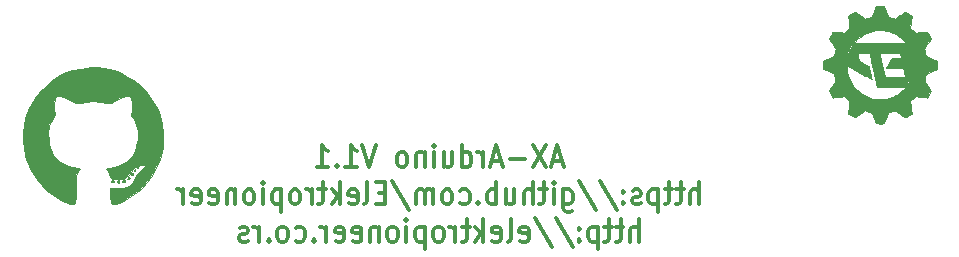
<source format=gbo>
G04 #@! TF.FileFunction,Legend,Bot*
%FSLAX46Y46*%
G04 Gerber Fmt 4.6, Leading zero omitted, Abs format (unit mm)*
G04 Created by KiCad (PCBNEW 4.0.6+dfsg1-1) date Mon Feb 26 19:32:00 2018*
%MOMM*%
%LPD*%
G01*
G04 APERTURE LIST*
%ADD10C,0.100000*%
%ADD11C,0.300000*%
%ADD12C,0.010000*%
G04 APERTURE END LIST*
D10*
D11*
X47435581Y20181533D02*
X46626058Y20181533D01*
X47597486Y19638676D02*
X47030820Y21538676D01*
X46464153Y19638676D01*
X46059391Y21538676D02*
X44926058Y19638676D01*
X44926058Y21538676D02*
X46059391Y19638676D01*
X44278438Y20362486D02*
X42983200Y20362486D01*
X42254628Y20181533D02*
X41445105Y20181533D01*
X42416533Y19638676D02*
X41849867Y21538676D01*
X41283200Y19638676D01*
X40716533Y19638676D02*
X40716533Y20905343D01*
X40716533Y20543438D02*
X40635581Y20724390D01*
X40554628Y20814867D01*
X40392724Y20905343D01*
X40230819Y20905343D01*
X38935581Y19638676D02*
X38935581Y21538676D01*
X38935581Y19729152D02*
X39097485Y19638676D01*
X39421295Y19638676D01*
X39583200Y19729152D01*
X39664152Y19819629D01*
X39745104Y20000581D01*
X39745104Y20543438D01*
X39664152Y20724390D01*
X39583200Y20814867D01*
X39421295Y20905343D01*
X39097485Y20905343D01*
X38935581Y20814867D01*
X37397486Y20905343D02*
X37397486Y19638676D01*
X38126057Y20905343D02*
X38126057Y19910105D01*
X38045105Y19729152D01*
X37883200Y19638676D01*
X37640343Y19638676D01*
X37478438Y19729152D01*
X37397486Y19819629D01*
X36587962Y19638676D02*
X36587962Y20905343D01*
X36587962Y21538676D02*
X36668914Y21448200D01*
X36587962Y21357724D01*
X36507010Y21448200D01*
X36587962Y21538676D01*
X36587962Y21357724D01*
X35778438Y20905343D02*
X35778438Y19638676D01*
X35778438Y20724390D02*
X35697486Y20814867D01*
X35535581Y20905343D01*
X35292724Y20905343D01*
X35130819Y20814867D01*
X35049867Y20633914D01*
X35049867Y19638676D01*
X33997486Y19638676D02*
X34159391Y19729152D01*
X34240343Y19819629D01*
X34321295Y20000581D01*
X34321295Y20543438D01*
X34240343Y20724390D01*
X34159391Y20814867D01*
X33997486Y20905343D01*
X33754629Y20905343D01*
X33592724Y20814867D01*
X33511772Y20724390D01*
X33430819Y20543438D01*
X33430819Y20000581D01*
X33511772Y19819629D01*
X33592724Y19729152D01*
X33754629Y19638676D01*
X33997486Y19638676D01*
X31649867Y21538676D02*
X31083201Y19638676D01*
X30516534Y21538676D01*
X29059391Y19638676D02*
X30030819Y19638676D01*
X29545105Y19638676D02*
X29545105Y21538676D01*
X29707010Y21267248D01*
X29868915Y21086295D01*
X30030819Y20995819D01*
X28330819Y19819629D02*
X28249867Y19729152D01*
X28330819Y19638676D01*
X28411771Y19729152D01*
X28330819Y19819629D01*
X28330819Y19638676D01*
X26630819Y19638676D02*
X27602247Y19638676D01*
X27116533Y19638676D02*
X27116533Y21538676D01*
X27278438Y21267248D01*
X27440343Y21086295D01*
X27602247Y20995819D01*
X59011770Y16488676D02*
X59011770Y18388676D01*
X58283199Y16488676D02*
X58283199Y17483914D01*
X58364151Y17664867D01*
X58526056Y17755343D01*
X58768913Y17755343D01*
X58930818Y17664867D01*
X59011770Y17574390D01*
X57716532Y17755343D02*
X57068913Y17755343D01*
X57473675Y18388676D02*
X57473675Y16760105D01*
X57392723Y16579152D01*
X57230818Y16488676D01*
X57068913Y16488676D01*
X56745103Y17755343D02*
X56097484Y17755343D01*
X56502246Y18388676D02*
X56502246Y16760105D01*
X56421294Y16579152D01*
X56259389Y16488676D01*
X56097484Y16488676D01*
X55530817Y17755343D02*
X55530817Y15855343D01*
X55530817Y17664867D02*
X55368912Y17755343D01*
X55045103Y17755343D01*
X54883198Y17664867D01*
X54802246Y17574390D01*
X54721293Y17393438D01*
X54721293Y16850581D01*
X54802246Y16669629D01*
X54883198Y16579152D01*
X55045103Y16488676D01*
X55368912Y16488676D01*
X55530817Y16579152D01*
X54073674Y16579152D02*
X53911770Y16488676D01*
X53587960Y16488676D01*
X53426055Y16579152D01*
X53345103Y16760105D01*
X53345103Y16850581D01*
X53426055Y17031533D01*
X53587960Y17122010D01*
X53830817Y17122010D01*
X53992722Y17212486D01*
X54073674Y17393438D01*
X54073674Y17483914D01*
X53992722Y17664867D01*
X53830817Y17755343D01*
X53587960Y17755343D01*
X53426055Y17664867D01*
X52616532Y16669629D02*
X52535580Y16579152D01*
X52616532Y16488676D01*
X52697484Y16579152D01*
X52616532Y16669629D01*
X52616532Y16488676D01*
X52616532Y17664867D02*
X52535580Y17574390D01*
X52616532Y17483914D01*
X52697484Y17574390D01*
X52616532Y17664867D01*
X52616532Y17483914D01*
X50592722Y18479152D02*
X52049865Y16036295D01*
X48811770Y18479152D02*
X50268913Y16036295D01*
X47516533Y17755343D02*
X47516533Y16217248D01*
X47597485Y16036295D01*
X47678437Y15945819D01*
X47840342Y15855343D01*
X48083199Y15855343D01*
X48245104Y15945819D01*
X47516533Y16579152D02*
X47678437Y16488676D01*
X48002247Y16488676D01*
X48164152Y16579152D01*
X48245104Y16669629D01*
X48326056Y16850581D01*
X48326056Y17393438D01*
X48245104Y17574390D01*
X48164152Y17664867D01*
X48002247Y17755343D01*
X47678437Y17755343D01*
X47516533Y17664867D01*
X46707009Y16488676D02*
X46707009Y17755343D01*
X46707009Y18388676D02*
X46787961Y18298200D01*
X46707009Y18207724D01*
X46626057Y18298200D01*
X46707009Y18388676D01*
X46707009Y18207724D01*
X46140342Y17755343D02*
X45492723Y17755343D01*
X45897485Y18388676D02*
X45897485Y16760105D01*
X45816533Y16579152D01*
X45654628Y16488676D01*
X45492723Y16488676D01*
X44926056Y16488676D02*
X44926056Y18388676D01*
X44197485Y16488676D02*
X44197485Y17483914D01*
X44278437Y17664867D01*
X44440342Y17755343D01*
X44683199Y17755343D01*
X44845104Y17664867D01*
X44926056Y17574390D01*
X42659390Y17755343D02*
X42659390Y16488676D01*
X43387961Y17755343D02*
X43387961Y16760105D01*
X43307009Y16579152D01*
X43145104Y16488676D01*
X42902247Y16488676D01*
X42740342Y16579152D01*
X42659390Y16669629D01*
X41849866Y16488676D02*
X41849866Y18388676D01*
X41849866Y17664867D02*
X41687961Y17755343D01*
X41364152Y17755343D01*
X41202247Y17664867D01*
X41121295Y17574390D01*
X41040342Y17393438D01*
X41040342Y16850581D01*
X41121295Y16669629D01*
X41202247Y16579152D01*
X41364152Y16488676D01*
X41687961Y16488676D01*
X41849866Y16579152D01*
X40311771Y16669629D02*
X40230819Y16579152D01*
X40311771Y16488676D01*
X40392723Y16579152D01*
X40311771Y16669629D01*
X40311771Y16488676D01*
X38773676Y16579152D02*
X38935580Y16488676D01*
X39259390Y16488676D01*
X39421295Y16579152D01*
X39502247Y16669629D01*
X39583199Y16850581D01*
X39583199Y17393438D01*
X39502247Y17574390D01*
X39421295Y17664867D01*
X39259390Y17755343D01*
X38935580Y17755343D01*
X38773676Y17664867D01*
X37802247Y16488676D02*
X37964152Y16579152D01*
X38045104Y16669629D01*
X38126056Y16850581D01*
X38126056Y17393438D01*
X38045104Y17574390D01*
X37964152Y17664867D01*
X37802247Y17755343D01*
X37559390Y17755343D01*
X37397485Y17664867D01*
X37316533Y17574390D01*
X37235580Y17393438D01*
X37235580Y16850581D01*
X37316533Y16669629D01*
X37397485Y16579152D01*
X37559390Y16488676D01*
X37802247Y16488676D01*
X36507009Y16488676D02*
X36507009Y17755343D01*
X36507009Y17574390D02*
X36426057Y17664867D01*
X36264152Y17755343D01*
X36021295Y17755343D01*
X35859390Y17664867D01*
X35778438Y17483914D01*
X35778438Y16488676D01*
X35778438Y17483914D02*
X35697485Y17664867D01*
X35535581Y17755343D01*
X35292723Y17755343D01*
X35130819Y17664867D01*
X35049866Y17483914D01*
X35049866Y16488676D01*
X33026056Y18479152D02*
X34483199Y16036295D01*
X32459390Y17483914D02*
X31892723Y17483914D01*
X31649866Y16488676D02*
X32459390Y16488676D01*
X32459390Y18388676D01*
X31649866Y18388676D01*
X30678438Y16488676D02*
X30840343Y16579152D01*
X30921295Y16760105D01*
X30921295Y18388676D01*
X29383200Y16579152D02*
X29545105Y16488676D01*
X29868914Y16488676D01*
X30030819Y16579152D01*
X30111771Y16760105D01*
X30111771Y17483914D01*
X30030819Y17664867D01*
X29868914Y17755343D01*
X29545105Y17755343D01*
X29383200Y17664867D01*
X29302248Y17483914D01*
X29302248Y17302962D01*
X30111771Y17122010D01*
X28573676Y16488676D02*
X28573676Y18388676D01*
X28411771Y17212486D02*
X27926057Y16488676D01*
X27926057Y17755343D02*
X28573676Y17031533D01*
X27440343Y17755343D02*
X26792724Y17755343D01*
X27197486Y18388676D02*
X27197486Y16760105D01*
X27116534Y16579152D01*
X26954629Y16488676D01*
X26792724Y16488676D01*
X26226057Y16488676D02*
X26226057Y17755343D01*
X26226057Y17393438D02*
X26145105Y17574390D01*
X26064152Y17664867D01*
X25902248Y17755343D01*
X25740343Y17755343D01*
X24930819Y16488676D02*
X25092724Y16579152D01*
X25173676Y16669629D01*
X25254628Y16850581D01*
X25254628Y17393438D01*
X25173676Y17574390D01*
X25092724Y17664867D01*
X24930819Y17755343D01*
X24687962Y17755343D01*
X24526057Y17664867D01*
X24445105Y17574390D01*
X24364152Y17393438D01*
X24364152Y16850581D01*
X24445105Y16669629D01*
X24526057Y16579152D01*
X24687962Y16488676D01*
X24930819Y16488676D01*
X23635581Y17755343D02*
X23635581Y15855343D01*
X23635581Y17664867D02*
X23473676Y17755343D01*
X23149867Y17755343D01*
X22987962Y17664867D01*
X22907010Y17574390D01*
X22826057Y17393438D01*
X22826057Y16850581D01*
X22907010Y16669629D01*
X22987962Y16579152D01*
X23149867Y16488676D01*
X23473676Y16488676D01*
X23635581Y16579152D01*
X22097486Y16488676D02*
X22097486Y17755343D01*
X22097486Y18388676D02*
X22178438Y18298200D01*
X22097486Y18207724D01*
X22016534Y18298200D01*
X22097486Y18388676D01*
X22097486Y18207724D01*
X21045105Y16488676D02*
X21207010Y16579152D01*
X21287962Y16669629D01*
X21368914Y16850581D01*
X21368914Y17393438D01*
X21287962Y17574390D01*
X21207010Y17664867D01*
X21045105Y17755343D01*
X20802248Y17755343D01*
X20640343Y17664867D01*
X20559391Y17574390D01*
X20478438Y17393438D01*
X20478438Y16850581D01*
X20559391Y16669629D01*
X20640343Y16579152D01*
X20802248Y16488676D01*
X21045105Y16488676D01*
X19749867Y17755343D02*
X19749867Y16488676D01*
X19749867Y17574390D02*
X19668915Y17664867D01*
X19507010Y17755343D01*
X19264153Y17755343D01*
X19102248Y17664867D01*
X19021296Y17483914D01*
X19021296Y16488676D01*
X17564153Y16579152D02*
X17726058Y16488676D01*
X18049867Y16488676D01*
X18211772Y16579152D01*
X18292724Y16760105D01*
X18292724Y17483914D01*
X18211772Y17664867D01*
X18049867Y17755343D01*
X17726058Y17755343D01*
X17564153Y17664867D01*
X17483201Y17483914D01*
X17483201Y17302962D01*
X18292724Y17122010D01*
X16107010Y16579152D02*
X16268915Y16488676D01*
X16592724Y16488676D01*
X16754629Y16579152D01*
X16835581Y16760105D01*
X16835581Y17483914D01*
X16754629Y17664867D01*
X16592724Y17755343D01*
X16268915Y17755343D01*
X16107010Y17664867D01*
X16026058Y17483914D01*
X16026058Y17302962D01*
X16835581Y17122010D01*
X15297486Y16488676D02*
X15297486Y17755343D01*
X15297486Y17393438D02*
X15216534Y17574390D01*
X15135581Y17664867D01*
X14973677Y17755343D01*
X14811772Y17755343D01*
X53911771Y13338676D02*
X53911771Y15238676D01*
X53183200Y13338676D02*
X53183200Y14333914D01*
X53264152Y14514867D01*
X53426057Y14605343D01*
X53668914Y14605343D01*
X53830819Y14514867D01*
X53911771Y14424390D01*
X52616533Y14605343D02*
X51968914Y14605343D01*
X52373676Y15238676D02*
X52373676Y13610105D01*
X52292724Y13429152D01*
X52130819Y13338676D01*
X51968914Y13338676D01*
X51645104Y14605343D02*
X50997485Y14605343D01*
X51402247Y15238676D02*
X51402247Y13610105D01*
X51321295Y13429152D01*
X51159390Y13338676D01*
X50997485Y13338676D01*
X50430818Y14605343D02*
X50430818Y12705343D01*
X50430818Y14514867D02*
X50268913Y14605343D01*
X49945104Y14605343D01*
X49783199Y14514867D01*
X49702247Y14424390D01*
X49621294Y14243438D01*
X49621294Y13700581D01*
X49702247Y13519629D01*
X49783199Y13429152D01*
X49945104Y13338676D01*
X50268913Y13338676D01*
X50430818Y13429152D01*
X48892723Y13519629D02*
X48811771Y13429152D01*
X48892723Y13338676D01*
X48973675Y13429152D01*
X48892723Y13519629D01*
X48892723Y13338676D01*
X48892723Y14514867D02*
X48811771Y14424390D01*
X48892723Y14333914D01*
X48973675Y14424390D01*
X48892723Y14514867D01*
X48892723Y14333914D01*
X46868913Y15329152D02*
X48326056Y12886295D01*
X45087961Y15329152D02*
X46545104Y12886295D01*
X43873676Y13429152D02*
X44035581Y13338676D01*
X44359390Y13338676D01*
X44521295Y13429152D01*
X44602247Y13610105D01*
X44602247Y14333914D01*
X44521295Y14514867D01*
X44359390Y14605343D01*
X44035581Y14605343D01*
X43873676Y14514867D01*
X43792724Y14333914D01*
X43792724Y14152962D01*
X44602247Y13972010D01*
X42821295Y13338676D02*
X42983200Y13429152D01*
X43064152Y13610105D01*
X43064152Y15238676D01*
X41526057Y13429152D02*
X41687962Y13338676D01*
X42011771Y13338676D01*
X42173676Y13429152D01*
X42254628Y13610105D01*
X42254628Y14333914D01*
X42173676Y14514867D01*
X42011771Y14605343D01*
X41687962Y14605343D01*
X41526057Y14514867D01*
X41445105Y14333914D01*
X41445105Y14152962D01*
X42254628Y13972010D01*
X40716533Y13338676D02*
X40716533Y15238676D01*
X40554628Y14062486D02*
X40068914Y13338676D01*
X40068914Y14605343D02*
X40716533Y13881533D01*
X39583200Y14605343D02*
X38935581Y14605343D01*
X39340343Y15238676D02*
X39340343Y13610105D01*
X39259391Y13429152D01*
X39097486Y13338676D01*
X38935581Y13338676D01*
X38368914Y13338676D02*
X38368914Y14605343D01*
X38368914Y14243438D02*
X38287962Y14424390D01*
X38207009Y14514867D01*
X38045105Y14605343D01*
X37883200Y14605343D01*
X37073676Y13338676D02*
X37235581Y13429152D01*
X37316533Y13519629D01*
X37397485Y13700581D01*
X37397485Y14243438D01*
X37316533Y14424390D01*
X37235581Y14514867D01*
X37073676Y14605343D01*
X36830819Y14605343D01*
X36668914Y14514867D01*
X36587962Y14424390D01*
X36507009Y14243438D01*
X36507009Y13700581D01*
X36587962Y13519629D01*
X36668914Y13429152D01*
X36830819Y13338676D01*
X37073676Y13338676D01*
X35778438Y14605343D02*
X35778438Y12705343D01*
X35778438Y14514867D02*
X35616533Y14605343D01*
X35292724Y14605343D01*
X35130819Y14514867D01*
X35049867Y14424390D01*
X34968914Y14243438D01*
X34968914Y13700581D01*
X35049867Y13519629D01*
X35130819Y13429152D01*
X35292724Y13338676D01*
X35616533Y13338676D01*
X35778438Y13429152D01*
X34240343Y13338676D02*
X34240343Y14605343D01*
X34240343Y15238676D02*
X34321295Y15148200D01*
X34240343Y15057724D01*
X34159391Y15148200D01*
X34240343Y15238676D01*
X34240343Y15057724D01*
X33187962Y13338676D02*
X33349867Y13429152D01*
X33430819Y13519629D01*
X33511771Y13700581D01*
X33511771Y14243438D01*
X33430819Y14424390D01*
X33349867Y14514867D01*
X33187962Y14605343D01*
X32945105Y14605343D01*
X32783200Y14514867D01*
X32702248Y14424390D01*
X32621295Y14243438D01*
X32621295Y13700581D01*
X32702248Y13519629D01*
X32783200Y13429152D01*
X32945105Y13338676D01*
X33187962Y13338676D01*
X31892724Y14605343D02*
X31892724Y13338676D01*
X31892724Y14424390D02*
X31811772Y14514867D01*
X31649867Y14605343D01*
X31407010Y14605343D01*
X31245105Y14514867D01*
X31164153Y14333914D01*
X31164153Y13338676D01*
X29707010Y13429152D02*
X29868915Y13338676D01*
X30192724Y13338676D01*
X30354629Y13429152D01*
X30435581Y13610105D01*
X30435581Y14333914D01*
X30354629Y14514867D01*
X30192724Y14605343D01*
X29868915Y14605343D01*
X29707010Y14514867D01*
X29626058Y14333914D01*
X29626058Y14152962D01*
X30435581Y13972010D01*
X28249867Y13429152D02*
X28411772Y13338676D01*
X28735581Y13338676D01*
X28897486Y13429152D01*
X28978438Y13610105D01*
X28978438Y14333914D01*
X28897486Y14514867D01*
X28735581Y14605343D01*
X28411772Y14605343D01*
X28249867Y14514867D01*
X28168915Y14333914D01*
X28168915Y14152962D01*
X28978438Y13972010D01*
X27440343Y13338676D02*
X27440343Y14605343D01*
X27440343Y14243438D02*
X27359391Y14424390D01*
X27278438Y14514867D01*
X27116534Y14605343D01*
X26954629Y14605343D01*
X26387962Y13519629D02*
X26307010Y13429152D01*
X26387962Y13338676D01*
X26468914Y13429152D01*
X26387962Y13519629D01*
X26387962Y13338676D01*
X24849867Y13429152D02*
X25011771Y13338676D01*
X25335581Y13338676D01*
X25497486Y13429152D01*
X25578438Y13519629D01*
X25659390Y13700581D01*
X25659390Y14243438D01*
X25578438Y14424390D01*
X25497486Y14514867D01*
X25335581Y14605343D01*
X25011771Y14605343D01*
X24849867Y14514867D01*
X23878438Y13338676D02*
X24040343Y13429152D01*
X24121295Y13519629D01*
X24202247Y13700581D01*
X24202247Y14243438D01*
X24121295Y14424390D01*
X24040343Y14514867D01*
X23878438Y14605343D01*
X23635581Y14605343D01*
X23473676Y14514867D01*
X23392724Y14424390D01*
X23311771Y14243438D01*
X23311771Y13700581D01*
X23392724Y13519629D01*
X23473676Y13429152D01*
X23635581Y13338676D01*
X23878438Y13338676D01*
X22583200Y13519629D02*
X22502248Y13429152D01*
X22583200Y13338676D01*
X22664152Y13429152D01*
X22583200Y13519629D01*
X22583200Y13338676D01*
X21773676Y13338676D02*
X21773676Y14605343D01*
X21773676Y14243438D02*
X21692724Y14424390D01*
X21611771Y14514867D01*
X21449867Y14605343D01*
X21287962Y14605343D01*
X20802247Y13429152D02*
X20640343Y13338676D01*
X20316533Y13338676D01*
X20154628Y13429152D01*
X20073676Y13610105D01*
X20073676Y13700581D01*
X20154628Y13881533D01*
X20316533Y13972010D01*
X20559390Y13972010D01*
X20721295Y14062486D01*
X20802247Y14243438D01*
X20802247Y14333914D01*
X20721295Y14514867D01*
X20559390Y14605343D01*
X20316533Y14605343D01*
X20154628Y14514867D01*
D12*
G36*
X74237448Y33291792D02*
X74159778Y33291382D01*
X74092362Y33290720D01*
X74040009Y33289807D01*
X74007529Y33288643D01*
X73999121Y33287625D01*
X73992725Y33274098D01*
X73976482Y33237568D01*
X73951672Y33180972D01*
X73919573Y33107244D01*
X73881462Y33019321D01*
X73838618Y32920136D01*
X73794578Y32817877D01*
X73748410Y32710671D01*
X73705761Y32611906D01*
X73667908Y32524521D01*
X73636129Y32451457D01*
X73611704Y32395651D01*
X73595910Y32360044D01*
X73590063Y32347603D01*
X73575349Y32342484D01*
X73539182Y32332630D01*
X73487607Y32319636D01*
X73447155Y32309899D01*
X73367279Y32289680D01*
X73276886Y32264770D01*
X73192141Y32239672D01*
X73170129Y32232745D01*
X73031625Y32188352D01*
X72624220Y32493674D01*
X72516987Y32573894D01*
X72429916Y32638577D01*
X72360686Y32689244D01*
X72306979Y32727419D01*
X72266474Y32754626D01*
X72236852Y32772389D01*
X72215793Y32782231D01*
X72200978Y32785675D01*
X72190088Y32784245D01*
X72185149Y32782050D01*
X72163820Y32769928D01*
X72122377Y32745775D01*
X72064944Y32712015D01*
X71995643Y32671074D01*
X71918597Y32625379D01*
X71896269Y32612105D01*
X71639054Y32459106D01*
X71645383Y32405825D01*
X71648330Y32379106D01*
X71653746Y32328091D01*
X71661237Y32256562D01*
X71670412Y32168300D01*
X71680874Y32067085D01*
X71692232Y31956698D01*
X71699368Y31887102D01*
X71747025Y31421660D01*
X71580265Y31252102D01*
X71521418Y31192042D01*
X71466543Y31135619D01*
X71420006Y31087354D01*
X71386174Y31051770D01*
X71373291Y31037833D01*
X71333078Y30993121D01*
X70834196Y31049303D01*
X70718897Y31062157D01*
X70612820Y31073734D01*
X70519140Y31083704D01*
X70441034Y31091741D01*
X70381675Y31097518D01*
X70344240Y31100708D01*
X70331887Y31101070D01*
X70324340Y31088032D01*
X70304991Y31053793D01*
X70275775Y31001805D01*
X70238632Y30935517D01*
X70195496Y30858381D01*
X70164751Y30803322D01*
X70001043Y30509989D01*
X70251603Y30154211D01*
X70316281Y30062305D01*
X70377801Y29974759D01*
X70433697Y29895091D01*
X70481505Y29826817D01*
X70518761Y29773455D01*
X70543000Y29738521D01*
X70547581Y29731843D01*
X70592998Y29665253D01*
X70554861Y29534287D01*
X70534912Y29462328D01*
X70512504Y29376096D01*
X70491048Y29288922D01*
X70480401Y29243259D01*
X70444078Y29083196D01*
X69519800Y28658466D01*
X69519800Y27975180D01*
X69981939Y27762502D01*
X70444078Y27549825D01*
X70480401Y27390018D01*
X70499767Y27308421D01*
X70522062Y27220022D01*
X70543866Y27138181D01*
X70554861Y27099246D01*
X70592998Y26968280D01*
X70547581Y26901690D01*
X70527998Y26873354D01*
X70494615Y26825471D01*
X70449895Y26761558D01*
X70396304Y26685132D01*
X70336306Y26599710D01*
X70272365Y26508809D01*
X70251603Y26479322D01*
X70001043Y26123544D01*
X70164751Y25830211D01*
X70210773Y25747817D01*
X70252078Y25674000D01*
X70286728Y25612210D01*
X70312787Y25565899D01*
X70328319Y25538515D01*
X70331861Y25532488D01*
X70346163Y25532992D01*
X70385328Y25536376D01*
X70446183Y25542315D01*
X70525551Y25550482D01*
X70620259Y25560551D01*
X70727131Y25572196D01*
X70834171Y25584100D01*
X71333078Y25640100D01*
X71373291Y25595545D01*
X71396801Y25570399D01*
X71435784Y25529699D01*
X71485875Y25477963D01*
X71542706Y25419709D01*
X71580265Y25381431D01*
X71747025Y25211874D01*
X71699368Y24746431D01*
X71687660Y24632334D01*
X71676609Y24525122D01*
X71666608Y24428577D01*
X71658052Y24346478D01*
X71651334Y24282609D01*
X71646847Y24240748D01*
X71645383Y24227708D01*
X71639054Y24174427D01*
X71896269Y24021429D01*
X71974740Y23974839D01*
X72046618Y23932327D01*
X72107779Y23896319D01*
X72154100Y23869240D01*
X72181457Y23853516D01*
X72185149Y23851484D01*
X72194906Y23848100D01*
X72207366Y23848789D01*
X72224850Y23855074D01*
X72249677Y23868479D01*
X72284166Y23890527D01*
X72330637Y23922741D01*
X72391409Y23966645D01*
X72468803Y24023762D01*
X72565137Y24095616D01*
X72624220Y24139859D01*
X73031625Y24445181D01*
X73170129Y24400789D01*
X73249999Y24376517D01*
X73340391Y24351076D01*
X73425141Y24328968D01*
X73447155Y24323634D01*
X73505702Y24309423D01*
X73552920Y24297276D01*
X73582761Y24288787D01*
X73590032Y24285930D01*
X73596413Y24272278D01*
X73612637Y24235627D01*
X73637426Y24178919D01*
X73669501Y24105096D01*
X73707585Y24017097D01*
X73750400Y23917863D01*
X73794256Y23815947D01*
X73840386Y23708781D01*
X73883014Y23610070D01*
X73920861Y23522754D01*
X73952645Y23449772D01*
X73977089Y23394062D01*
X73992912Y23358563D01*
X73998791Y23346238D01*
X74014147Y23344292D01*
X74052864Y23342581D01*
X74110080Y23341131D01*
X74180935Y23339964D01*
X74260568Y23339107D01*
X74344119Y23338583D01*
X74426726Y23338417D01*
X74503529Y23338635D01*
X74569667Y23339260D01*
X74620279Y23340317D01*
X74650504Y23341831D01*
X74656741Y23342905D01*
X74664877Y23357142D01*
X74682742Y23394380D01*
X74709006Y23451655D01*
X74742338Y23526000D01*
X74781409Y23614453D01*
X74824890Y23714047D01*
X74868787Y23815627D01*
X74914956Y23922836D01*
X74957607Y24021605D01*
X74995462Y24108993D01*
X75027242Y24182062D01*
X75051669Y24237872D01*
X75067466Y24273483D01*
X75073315Y24285930D01*
X75088028Y24291049D01*
X75124196Y24300903D01*
X75175770Y24313897D01*
X75216223Y24323634D01*
X75296099Y24343853D01*
X75386492Y24368763D01*
X75471237Y24393861D01*
X75493248Y24400789D01*
X75631752Y24445181D01*
X76039158Y24139859D01*
X76146390Y24059639D01*
X76233462Y23994957D01*
X76302691Y23944290D01*
X76356399Y23906114D01*
X76396904Y23878907D01*
X76426526Y23861144D01*
X76447584Y23851302D01*
X76462399Y23847858D01*
X76473289Y23849289D01*
X76478229Y23851484D01*
X76499557Y23863605D01*
X76541000Y23887758D01*
X76598434Y23921518D01*
X76667735Y23962459D01*
X76744780Y24008154D01*
X76767108Y24021429D01*
X77024323Y24174427D01*
X77017995Y24227708D01*
X77015048Y24254427D01*
X77009632Y24305442D01*
X77002140Y24376971D01*
X76992966Y24465234D01*
X76982503Y24566448D01*
X76971145Y24676835D01*
X76964009Y24746431D01*
X76916352Y25211874D01*
X77083113Y25381431D01*
X77141959Y25441492D01*
X77196835Y25497915D01*
X77243372Y25546179D01*
X77277203Y25581763D01*
X77290087Y25595701D01*
X77330300Y25640412D01*
X77829181Y25584230D01*
X77944481Y25571376D01*
X78050558Y25559800D01*
X78144237Y25549829D01*
X78222344Y25541792D01*
X78281702Y25536015D01*
X78319137Y25532825D01*
X78331491Y25532463D01*
X78339037Y25545501D01*
X78358387Y25579740D01*
X78387602Y25631728D01*
X78424746Y25698016D01*
X78467881Y25775152D01*
X78498626Y25830211D01*
X78662334Y26123544D01*
X78411774Y26479322D01*
X78347096Y26571228D01*
X78285577Y26658774D01*
X78229681Y26738442D01*
X78181873Y26806716D01*
X78144617Y26860078D01*
X78120378Y26895012D01*
X78115796Y26901690D01*
X78070379Y26968280D01*
X78108516Y27099246D01*
X78128465Y27171205D01*
X78150873Y27257437D01*
X78172329Y27344612D01*
X78182977Y27390274D01*
X78219300Y27550337D01*
X79143578Y27975067D01*
X79143578Y28316767D01*
X77153911Y28316767D01*
X77149347Y28115320D01*
X77134723Y27931887D01*
X77108645Y27757621D01*
X77069715Y27583677D01*
X77016540Y27401208D01*
X77002799Y27359067D01*
X76900042Y27092914D01*
X76773010Y26839537D01*
X76622997Y26600644D01*
X76451296Y26377945D01*
X76259198Y26173146D01*
X76047998Y25987957D01*
X75862744Y25852787D01*
X75764573Y25791896D01*
X75648523Y25727649D01*
X75523021Y25664159D01*
X75396494Y25605538D01*
X75277371Y25555899D01*
X75189602Y25524286D01*
X75056217Y25485098D01*
X74911835Y25449945D01*
X74768888Y25421595D01*
X74647719Y25403710D01*
X74566637Y25397013D01*
X74466338Y25392822D01*
X74355714Y25391139D01*
X74243657Y25391968D01*
X74139062Y25395312D01*
X74050820Y25401175D01*
X74028403Y25403479D01*
X73771757Y25444671D01*
X73525442Y25508977D01*
X73283578Y25598134D01*
X73125189Y25670620D01*
X72954549Y25760245D01*
X72801515Y25853733D01*
X72655624Y25957920D01*
X72529884Y26059603D01*
X72326805Y26250012D01*
X72143683Y26459487D01*
X71981472Y26686228D01*
X71841126Y26928433D01*
X71723600Y27184303D01*
X71629849Y27452037D01*
X71560828Y27729834D01*
X71524247Y27956563D01*
X71519131Y28012908D01*
X71514782Y28089311D01*
X71511536Y28177612D01*
X71509728Y28269648D01*
X71509466Y28316767D01*
X71514031Y28518213D01*
X71528654Y28701646D01*
X71554733Y28875912D01*
X71593662Y29049856D01*
X71646838Y29232325D01*
X71660579Y29274466D01*
X71763336Y29540619D01*
X71890367Y29793996D01*
X72040380Y30032889D01*
X72212082Y30255589D01*
X72404179Y30460387D01*
X72615379Y30645576D01*
X72800633Y30780746D01*
X72898308Y30841342D01*
X73013808Y30905325D01*
X73138747Y30968600D01*
X73264740Y31027074D01*
X73383399Y31076651D01*
X73472829Y31108933D01*
X73742109Y31181926D01*
X74015492Y31227345D01*
X74291068Y31245189D01*
X74566924Y31235460D01*
X74841151Y31198156D01*
X75111838Y31133279D01*
X75190549Y31108933D01*
X75296265Y31070227D01*
X75416495Y31019119D01*
X75542852Y30959704D01*
X75666950Y30896075D01*
X75780404Y30832327D01*
X75862744Y30780746D01*
X76088549Y30612792D01*
X76296304Y30423838D01*
X76484716Y30215590D01*
X76652494Y29989759D01*
X76798343Y29748051D01*
X76920970Y29492176D01*
X77002799Y29274466D01*
X77059294Y29088936D01*
X77101236Y28913876D01*
X77130020Y28740440D01*
X77147043Y28559781D01*
X77153699Y28363054D01*
X77153911Y28316767D01*
X79143578Y28316767D01*
X79143578Y28658466D01*
X78219300Y29083196D01*
X78182977Y29243259D01*
X78163630Y29324885D01*
X78141358Y29413288D01*
X78119569Y29495135D01*
X78108516Y29534287D01*
X78070379Y29665253D01*
X78115796Y29731843D01*
X78135379Y29760179D01*
X78168763Y29808062D01*
X78213482Y29871975D01*
X78267073Y29948401D01*
X78327072Y30033823D01*
X78391012Y30124724D01*
X78411774Y30154211D01*
X78662334Y30509989D01*
X78498626Y30803322D01*
X78452603Y30885718D01*
X78411295Y30959539D01*
X78376640Y31021333D01*
X78350575Y31067650D01*
X78335037Y31095040D01*
X78331491Y31101070D01*
X78317184Y31100568D01*
X78278015Y31097175D01*
X78217157Y31091219D01*
X78137787Y31083027D01*
X78043080Y31072926D01*
X77936210Y31061244D01*
X77829181Y31049303D01*
X77330300Y30993121D01*
X77290087Y31037833D01*
X77266575Y31063033D01*
X77227588Y31103781D01*
X77177493Y31155555D01*
X77120658Y31213834D01*
X77083113Y31252102D01*
X76916352Y31421660D01*
X76964009Y31887102D01*
X76975718Y32001199D01*
X76986769Y32108411D01*
X76996769Y32204957D01*
X77005325Y32287055D01*
X77012043Y32350925D01*
X77016530Y32392785D01*
X77017995Y32405825D01*
X77024323Y32459106D01*
X76767108Y32612105D01*
X76688637Y32658694D01*
X76616760Y32701206D01*
X76555599Y32737214D01*
X76509278Y32764293D01*
X76481920Y32780017D01*
X76478229Y32782050D01*
X76468472Y32785433D01*
X76456011Y32784744D01*
X76438527Y32778459D01*
X76413701Y32765054D01*
X76379212Y32743007D01*
X76332741Y32710792D01*
X76271968Y32666888D01*
X76194574Y32609771D01*
X76098240Y32537917D01*
X76039158Y32493674D01*
X75631752Y32188352D01*
X75493248Y32232745D01*
X75413379Y32257016D01*
X75322986Y32282457D01*
X75238237Y32304565D01*
X75216223Y32309899D01*
X75157671Y32324110D01*
X75110445Y32336258D01*
X75080593Y32344747D01*
X75073315Y32347603D01*
X75066924Y32361254D01*
X75050684Y32397902D01*
X75025875Y32454607D01*
X74993774Y32528430D01*
X74955660Y32616431D01*
X74912812Y32715670D01*
X74868800Y32817877D01*
X74822636Y32925058D01*
X74779988Y33023774D01*
X74742134Y33111090D01*
X74710352Y33184071D01*
X74685920Y33239780D01*
X74670116Y33275284D01*
X74664256Y33287625D01*
X74649472Y33288974D01*
X74611276Y33290073D01*
X74554478Y33290919D01*
X74483887Y33291515D01*
X74404312Y33291858D01*
X74320562Y33291951D01*
X74237448Y33291792D01*
X74237448Y33291792D01*
G37*
X74237448Y33291792D02*
X74159778Y33291382D01*
X74092362Y33290720D01*
X74040009Y33289807D01*
X74007529Y33288643D01*
X73999121Y33287625D01*
X73992725Y33274098D01*
X73976482Y33237568D01*
X73951672Y33180972D01*
X73919573Y33107244D01*
X73881462Y33019321D01*
X73838618Y32920136D01*
X73794578Y32817877D01*
X73748410Y32710671D01*
X73705761Y32611906D01*
X73667908Y32524521D01*
X73636129Y32451457D01*
X73611704Y32395651D01*
X73595910Y32360044D01*
X73590063Y32347603D01*
X73575349Y32342484D01*
X73539182Y32332630D01*
X73487607Y32319636D01*
X73447155Y32309899D01*
X73367279Y32289680D01*
X73276886Y32264770D01*
X73192141Y32239672D01*
X73170129Y32232745D01*
X73031625Y32188352D01*
X72624220Y32493674D01*
X72516987Y32573894D01*
X72429916Y32638577D01*
X72360686Y32689244D01*
X72306979Y32727419D01*
X72266474Y32754626D01*
X72236852Y32772389D01*
X72215793Y32782231D01*
X72200978Y32785675D01*
X72190088Y32784245D01*
X72185149Y32782050D01*
X72163820Y32769928D01*
X72122377Y32745775D01*
X72064944Y32712015D01*
X71995643Y32671074D01*
X71918597Y32625379D01*
X71896269Y32612105D01*
X71639054Y32459106D01*
X71645383Y32405825D01*
X71648330Y32379106D01*
X71653746Y32328091D01*
X71661237Y32256562D01*
X71670412Y32168300D01*
X71680874Y32067085D01*
X71692232Y31956698D01*
X71699368Y31887102D01*
X71747025Y31421660D01*
X71580265Y31252102D01*
X71521418Y31192042D01*
X71466543Y31135619D01*
X71420006Y31087354D01*
X71386174Y31051770D01*
X71373291Y31037833D01*
X71333078Y30993121D01*
X70834196Y31049303D01*
X70718897Y31062157D01*
X70612820Y31073734D01*
X70519140Y31083704D01*
X70441034Y31091741D01*
X70381675Y31097518D01*
X70344240Y31100708D01*
X70331887Y31101070D01*
X70324340Y31088032D01*
X70304991Y31053793D01*
X70275775Y31001805D01*
X70238632Y30935517D01*
X70195496Y30858381D01*
X70164751Y30803322D01*
X70001043Y30509989D01*
X70251603Y30154211D01*
X70316281Y30062305D01*
X70377801Y29974759D01*
X70433697Y29895091D01*
X70481505Y29826817D01*
X70518761Y29773455D01*
X70543000Y29738521D01*
X70547581Y29731843D01*
X70592998Y29665253D01*
X70554861Y29534287D01*
X70534912Y29462328D01*
X70512504Y29376096D01*
X70491048Y29288922D01*
X70480401Y29243259D01*
X70444078Y29083196D01*
X69519800Y28658466D01*
X69519800Y27975180D01*
X69981939Y27762502D01*
X70444078Y27549825D01*
X70480401Y27390018D01*
X70499767Y27308421D01*
X70522062Y27220022D01*
X70543866Y27138181D01*
X70554861Y27099246D01*
X70592998Y26968280D01*
X70547581Y26901690D01*
X70527998Y26873354D01*
X70494615Y26825471D01*
X70449895Y26761558D01*
X70396304Y26685132D01*
X70336306Y26599710D01*
X70272365Y26508809D01*
X70251603Y26479322D01*
X70001043Y26123544D01*
X70164751Y25830211D01*
X70210773Y25747817D01*
X70252078Y25674000D01*
X70286728Y25612210D01*
X70312787Y25565899D01*
X70328319Y25538515D01*
X70331861Y25532488D01*
X70346163Y25532992D01*
X70385328Y25536376D01*
X70446183Y25542315D01*
X70525551Y25550482D01*
X70620259Y25560551D01*
X70727131Y25572196D01*
X70834171Y25584100D01*
X71333078Y25640100D01*
X71373291Y25595545D01*
X71396801Y25570399D01*
X71435784Y25529699D01*
X71485875Y25477963D01*
X71542706Y25419709D01*
X71580265Y25381431D01*
X71747025Y25211874D01*
X71699368Y24746431D01*
X71687660Y24632334D01*
X71676609Y24525122D01*
X71666608Y24428577D01*
X71658052Y24346478D01*
X71651334Y24282609D01*
X71646847Y24240748D01*
X71645383Y24227708D01*
X71639054Y24174427D01*
X71896269Y24021429D01*
X71974740Y23974839D01*
X72046618Y23932327D01*
X72107779Y23896319D01*
X72154100Y23869240D01*
X72181457Y23853516D01*
X72185149Y23851484D01*
X72194906Y23848100D01*
X72207366Y23848789D01*
X72224850Y23855074D01*
X72249677Y23868479D01*
X72284166Y23890527D01*
X72330637Y23922741D01*
X72391409Y23966645D01*
X72468803Y24023762D01*
X72565137Y24095616D01*
X72624220Y24139859D01*
X73031625Y24445181D01*
X73170129Y24400789D01*
X73249999Y24376517D01*
X73340391Y24351076D01*
X73425141Y24328968D01*
X73447155Y24323634D01*
X73505702Y24309423D01*
X73552920Y24297276D01*
X73582761Y24288787D01*
X73590032Y24285930D01*
X73596413Y24272278D01*
X73612637Y24235627D01*
X73637426Y24178919D01*
X73669501Y24105096D01*
X73707585Y24017097D01*
X73750400Y23917863D01*
X73794256Y23815947D01*
X73840386Y23708781D01*
X73883014Y23610070D01*
X73920861Y23522754D01*
X73952645Y23449772D01*
X73977089Y23394062D01*
X73992912Y23358563D01*
X73998791Y23346238D01*
X74014147Y23344292D01*
X74052864Y23342581D01*
X74110080Y23341131D01*
X74180935Y23339964D01*
X74260568Y23339107D01*
X74344119Y23338583D01*
X74426726Y23338417D01*
X74503529Y23338635D01*
X74569667Y23339260D01*
X74620279Y23340317D01*
X74650504Y23341831D01*
X74656741Y23342905D01*
X74664877Y23357142D01*
X74682742Y23394380D01*
X74709006Y23451655D01*
X74742338Y23526000D01*
X74781409Y23614453D01*
X74824890Y23714047D01*
X74868787Y23815627D01*
X74914956Y23922836D01*
X74957607Y24021605D01*
X74995462Y24108993D01*
X75027242Y24182062D01*
X75051669Y24237872D01*
X75067466Y24273483D01*
X75073315Y24285930D01*
X75088028Y24291049D01*
X75124196Y24300903D01*
X75175770Y24313897D01*
X75216223Y24323634D01*
X75296099Y24343853D01*
X75386492Y24368763D01*
X75471237Y24393861D01*
X75493248Y24400789D01*
X75631752Y24445181D01*
X76039158Y24139859D01*
X76146390Y24059639D01*
X76233462Y23994957D01*
X76302691Y23944290D01*
X76356399Y23906114D01*
X76396904Y23878907D01*
X76426526Y23861144D01*
X76447584Y23851302D01*
X76462399Y23847858D01*
X76473289Y23849289D01*
X76478229Y23851484D01*
X76499557Y23863605D01*
X76541000Y23887758D01*
X76598434Y23921518D01*
X76667735Y23962459D01*
X76744780Y24008154D01*
X76767108Y24021429D01*
X77024323Y24174427D01*
X77017995Y24227708D01*
X77015048Y24254427D01*
X77009632Y24305442D01*
X77002140Y24376971D01*
X76992966Y24465234D01*
X76982503Y24566448D01*
X76971145Y24676835D01*
X76964009Y24746431D01*
X76916352Y25211874D01*
X77083113Y25381431D01*
X77141959Y25441492D01*
X77196835Y25497915D01*
X77243372Y25546179D01*
X77277203Y25581763D01*
X77290087Y25595701D01*
X77330300Y25640412D01*
X77829181Y25584230D01*
X77944481Y25571376D01*
X78050558Y25559800D01*
X78144237Y25549829D01*
X78222344Y25541792D01*
X78281702Y25536015D01*
X78319137Y25532825D01*
X78331491Y25532463D01*
X78339037Y25545501D01*
X78358387Y25579740D01*
X78387602Y25631728D01*
X78424746Y25698016D01*
X78467881Y25775152D01*
X78498626Y25830211D01*
X78662334Y26123544D01*
X78411774Y26479322D01*
X78347096Y26571228D01*
X78285577Y26658774D01*
X78229681Y26738442D01*
X78181873Y26806716D01*
X78144617Y26860078D01*
X78120378Y26895012D01*
X78115796Y26901690D01*
X78070379Y26968280D01*
X78108516Y27099246D01*
X78128465Y27171205D01*
X78150873Y27257437D01*
X78172329Y27344612D01*
X78182977Y27390274D01*
X78219300Y27550337D01*
X79143578Y27975067D01*
X79143578Y28316767D01*
X77153911Y28316767D01*
X77149347Y28115320D01*
X77134723Y27931887D01*
X77108645Y27757621D01*
X77069715Y27583677D01*
X77016540Y27401208D01*
X77002799Y27359067D01*
X76900042Y27092914D01*
X76773010Y26839537D01*
X76622997Y26600644D01*
X76451296Y26377945D01*
X76259198Y26173146D01*
X76047998Y25987957D01*
X75862744Y25852787D01*
X75764573Y25791896D01*
X75648523Y25727649D01*
X75523021Y25664159D01*
X75396494Y25605538D01*
X75277371Y25555899D01*
X75189602Y25524286D01*
X75056217Y25485098D01*
X74911835Y25449945D01*
X74768888Y25421595D01*
X74647719Y25403710D01*
X74566637Y25397013D01*
X74466338Y25392822D01*
X74355714Y25391139D01*
X74243657Y25391968D01*
X74139062Y25395312D01*
X74050820Y25401175D01*
X74028403Y25403479D01*
X73771757Y25444671D01*
X73525442Y25508977D01*
X73283578Y25598134D01*
X73125189Y25670620D01*
X72954549Y25760245D01*
X72801515Y25853733D01*
X72655624Y25957920D01*
X72529884Y26059603D01*
X72326805Y26250012D01*
X72143683Y26459487D01*
X71981472Y26686228D01*
X71841126Y26928433D01*
X71723600Y27184303D01*
X71629849Y27452037D01*
X71560828Y27729834D01*
X71524247Y27956563D01*
X71519131Y28012908D01*
X71514782Y28089311D01*
X71511536Y28177612D01*
X71509728Y28269648D01*
X71509466Y28316767D01*
X71514031Y28518213D01*
X71528654Y28701646D01*
X71554733Y28875912D01*
X71593662Y29049856D01*
X71646838Y29232325D01*
X71660579Y29274466D01*
X71763336Y29540619D01*
X71890367Y29793996D01*
X72040380Y30032889D01*
X72212082Y30255589D01*
X72404179Y30460387D01*
X72615379Y30645576D01*
X72800633Y30780746D01*
X72898308Y30841342D01*
X73013808Y30905325D01*
X73138747Y30968600D01*
X73264740Y31027074D01*
X73383399Y31076651D01*
X73472829Y31108933D01*
X73742109Y31181926D01*
X74015492Y31227345D01*
X74291068Y31245189D01*
X74566924Y31235460D01*
X74841151Y31198156D01*
X75111838Y31133279D01*
X75190549Y31108933D01*
X75296265Y31070227D01*
X75416495Y31019119D01*
X75542852Y30959704D01*
X75666950Y30896075D01*
X75780404Y30832327D01*
X75862744Y30780746D01*
X76088549Y30612792D01*
X76296304Y30423838D01*
X76484716Y30215590D01*
X76652494Y29989759D01*
X76798343Y29748051D01*
X76920970Y29492176D01*
X77002799Y29274466D01*
X77059294Y29088936D01*
X77101236Y28913876D01*
X77130020Y28740440D01*
X77147043Y28559781D01*
X77153699Y28363054D01*
X77153911Y28316767D01*
X79143578Y28316767D01*
X79143578Y28658466D01*
X78219300Y29083196D01*
X78182977Y29243259D01*
X78163630Y29324885D01*
X78141358Y29413288D01*
X78119569Y29495135D01*
X78108516Y29534287D01*
X78070379Y29665253D01*
X78115796Y29731843D01*
X78135379Y29760179D01*
X78168763Y29808062D01*
X78213482Y29871975D01*
X78267073Y29948401D01*
X78327072Y30033823D01*
X78391012Y30124724D01*
X78411774Y30154211D01*
X78662334Y30509989D01*
X78498626Y30803322D01*
X78452603Y30885718D01*
X78411295Y30959539D01*
X78376640Y31021333D01*
X78350575Y31067650D01*
X78335037Y31095040D01*
X78331491Y31101070D01*
X78317184Y31100568D01*
X78278015Y31097175D01*
X78217157Y31091219D01*
X78137787Y31083027D01*
X78043080Y31072926D01*
X77936210Y31061244D01*
X77829181Y31049303D01*
X77330300Y30993121D01*
X77290087Y31037833D01*
X77266575Y31063033D01*
X77227588Y31103781D01*
X77177493Y31155555D01*
X77120658Y31213834D01*
X77083113Y31252102D01*
X76916352Y31421660D01*
X76964009Y31887102D01*
X76975718Y32001199D01*
X76986769Y32108411D01*
X76996769Y32204957D01*
X77005325Y32287055D01*
X77012043Y32350925D01*
X77016530Y32392785D01*
X77017995Y32405825D01*
X77024323Y32459106D01*
X76767108Y32612105D01*
X76688637Y32658694D01*
X76616760Y32701206D01*
X76555599Y32737214D01*
X76509278Y32764293D01*
X76481920Y32780017D01*
X76478229Y32782050D01*
X76468472Y32785433D01*
X76456011Y32784744D01*
X76438527Y32778459D01*
X76413701Y32765054D01*
X76379212Y32743007D01*
X76332741Y32710792D01*
X76271968Y32666888D01*
X76194574Y32609771D01*
X76098240Y32537917D01*
X76039158Y32493674D01*
X75631752Y32188352D01*
X75493248Y32232745D01*
X75413379Y32257016D01*
X75322986Y32282457D01*
X75238237Y32304565D01*
X75216223Y32309899D01*
X75157671Y32324110D01*
X75110445Y32336258D01*
X75080593Y32344747D01*
X75073315Y32347603D01*
X75066924Y32361254D01*
X75050684Y32397902D01*
X75025875Y32454607D01*
X74993774Y32528430D01*
X74955660Y32616431D01*
X74912812Y32715670D01*
X74868800Y32817877D01*
X74822636Y32925058D01*
X74779988Y33023774D01*
X74742134Y33111090D01*
X74710352Y33184071D01*
X74685920Y33239780D01*
X74670116Y33275284D01*
X74664256Y33287625D01*
X74649472Y33288974D01*
X74611276Y33290073D01*
X74554478Y33290919D01*
X74483887Y33291515D01*
X74404312Y33291858D01*
X74320562Y33291951D01*
X74237448Y33291792D01*
G36*
X75608292Y24391752D02*
X75589073Y24380716D01*
X75597286Y24374030D01*
X75616633Y24372711D01*
X75636307Y24377921D01*
X75637347Y24386206D01*
X75618990Y24393893D01*
X75608292Y24391752D01*
X75608292Y24391752D01*
G37*
X75608292Y24391752D02*
X75589073Y24380716D01*
X75597286Y24374030D01*
X75616633Y24372711D01*
X75636307Y24377921D01*
X75637347Y24386206D01*
X75618990Y24393893D01*
X75608292Y24391752D01*
G36*
X75070613Y30172288D02*
X74877711Y30171995D01*
X74710155Y30171460D01*
X74566509Y30170646D01*
X74445335Y30169515D01*
X74345196Y30168030D01*
X74264653Y30166154D01*
X74202271Y30163848D01*
X74156610Y30161076D01*
X74126235Y30157799D01*
X74109707Y30153981D01*
X74105589Y30149583D01*
X74112444Y30144568D01*
X74119577Y30141804D01*
X74125862Y30127342D01*
X74137080Y30088675D01*
X74152389Y30029221D01*
X74170949Y29952401D01*
X74191919Y29861632D01*
X74214460Y29760336D01*
X74223041Y29720822D01*
X74312840Y29304544D01*
X75166795Y29300908D01*
X76020749Y29297272D01*
X76060120Y29117464D01*
X76075384Y29048673D01*
X76088961Y28989189D01*
X76099498Y28944817D01*
X76105643Y28921364D01*
X76106099Y28920017D01*
X76102420Y28914425D01*
X76084982Y28910071D01*
X76051220Y28906827D01*
X75998566Y28904567D01*
X75924452Y28903163D01*
X75826310Y28902487D01*
X75750727Y28902378D01*
X75388747Y28902378D01*
X75110690Y28482572D01*
X75046327Y28385304D01*
X74986969Y28295418D01*
X74934406Y28215638D01*
X74890427Y28148689D01*
X74856822Y28097293D01*
X74835379Y28064176D01*
X74827929Y28052183D01*
X74840682Y28050152D01*
X74879060Y28048249D01*
X74940465Y28046512D01*
X75022302Y28044978D01*
X75121972Y28043685D01*
X75236878Y28042671D01*
X75364424Y28041973D01*
X75502012Y28041630D01*
X75557229Y28041600D01*
X75720250Y28041552D01*
X75857315Y28041359D01*
X75970691Y28040945D01*
X76062642Y28040235D01*
X76135437Y28039152D01*
X76191341Y28037623D01*
X76232619Y28035570D01*
X76261539Y28032918D01*
X76280366Y28029593D01*
X76291367Y28025518D01*
X76296808Y28020618D01*
X76298452Y28016905D01*
X76303337Y27996754D01*
X76312978Y27954212D01*
X76326426Y27893665D01*
X76342730Y27819500D01*
X76360940Y27736105D01*
X76380108Y27647866D01*
X76399283Y27559170D01*
X76417515Y27474404D01*
X76433854Y27397955D01*
X76447352Y27334209D01*
X76457057Y27287554D01*
X76462021Y27262377D01*
X76462466Y27259333D01*
X76448758Y27257922D01*
X76409240Y27256592D01*
X76346326Y27255363D01*
X76262429Y27254259D01*
X76159963Y27253301D01*
X76041340Y27252512D01*
X75908973Y27251914D01*
X75765276Y27251529D01*
X75612662Y27251379D01*
X75597573Y27251378D01*
X74732680Y27251378D01*
X74444040Y26853796D01*
X74375869Y26760083D01*
X74312427Y26673226D01*
X74255744Y26595980D01*
X74207851Y26531094D01*
X74170776Y26481322D01*
X74146552Y26449416D01*
X74137710Y26438526D01*
X74122498Y26419351D01*
X74120022Y26412775D01*
X74133785Y26411534D01*
X74173685Y26410352D01*
X74237634Y26409243D01*
X74323546Y26408221D01*
X74429336Y26407301D01*
X74552916Y26406497D01*
X74692201Y26405825D01*
X74845104Y26405297D01*
X75009540Y26404930D01*
X75183421Y26404737D01*
X75277148Y26404711D01*
X76434274Y26404711D01*
X76501287Y26490585D01*
X76664726Y26722572D01*
X76805321Y26969512D01*
X76921959Y27228667D01*
X77013525Y27497300D01*
X77078905Y27772676D01*
X77110763Y27988127D01*
X77125141Y28203713D01*
X77123764Y28431627D01*
X77107124Y28661124D01*
X77075718Y28881459D01*
X77067695Y28923544D01*
X77021858Y29110750D01*
X76958722Y29304796D01*
X76881138Y29499455D01*
X76791956Y29688498D01*
X76694026Y29865698D01*
X76590201Y30024827D01*
X76523528Y30112405D01*
X76474688Y30172378D01*
X75290300Y30172378D01*
X75070613Y30172288D01*
X75070613Y30172288D01*
G37*
X75070613Y30172288D02*
X74877711Y30171995D01*
X74710155Y30171460D01*
X74566509Y30170646D01*
X74445335Y30169515D01*
X74345196Y30168030D01*
X74264653Y30166154D01*
X74202271Y30163848D01*
X74156610Y30161076D01*
X74126235Y30157799D01*
X74109707Y30153981D01*
X74105589Y30149583D01*
X74112444Y30144568D01*
X74119577Y30141804D01*
X74125862Y30127342D01*
X74137080Y30088675D01*
X74152389Y30029221D01*
X74170949Y29952401D01*
X74191919Y29861632D01*
X74214460Y29760336D01*
X74223041Y29720822D01*
X74312840Y29304544D01*
X75166795Y29300908D01*
X76020749Y29297272D01*
X76060120Y29117464D01*
X76075384Y29048673D01*
X76088961Y28989189D01*
X76099498Y28944817D01*
X76105643Y28921364D01*
X76106099Y28920017D01*
X76102420Y28914425D01*
X76084982Y28910071D01*
X76051220Y28906827D01*
X75998566Y28904567D01*
X75924452Y28903163D01*
X75826310Y28902487D01*
X75750727Y28902378D01*
X75388747Y28902378D01*
X75110690Y28482572D01*
X75046327Y28385304D01*
X74986969Y28295418D01*
X74934406Y28215638D01*
X74890427Y28148689D01*
X74856822Y28097293D01*
X74835379Y28064176D01*
X74827929Y28052183D01*
X74840682Y28050152D01*
X74879060Y28048249D01*
X74940465Y28046512D01*
X75022302Y28044978D01*
X75121972Y28043685D01*
X75236878Y28042671D01*
X75364424Y28041973D01*
X75502012Y28041630D01*
X75557229Y28041600D01*
X75720250Y28041552D01*
X75857315Y28041359D01*
X75970691Y28040945D01*
X76062642Y28040235D01*
X76135437Y28039152D01*
X76191341Y28037623D01*
X76232619Y28035570D01*
X76261539Y28032918D01*
X76280366Y28029593D01*
X76291367Y28025518D01*
X76296808Y28020618D01*
X76298452Y28016905D01*
X76303337Y27996754D01*
X76312978Y27954212D01*
X76326426Y27893665D01*
X76342730Y27819500D01*
X76360940Y27736105D01*
X76380108Y27647866D01*
X76399283Y27559170D01*
X76417515Y27474404D01*
X76433854Y27397955D01*
X76447352Y27334209D01*
X76457057Y27287554D01*
X76462021Y27262377D01*
X76462466Y27259333D01*
X76448758Y27257922D01*
X76409240Y27256592D01*
X76346326Y27255363D01*
X76262429Y27254259D01*
X76159963Y27253301D01*
X76041340Y27252512D01*
X75908973Y27251914D01*
X75765276Y27251529D01*
X75612662Y27251379D01*
X75597573Y27251378D01*
X74732680Y27251378D01*
X74444040Y26853796D01*
X74375869Y26760083D01*
X74312427Y26673226D01*
X74255744Y26595980D01*
X74207851Y26531094D01*
X74170776Y26481322D01*
X74146552Y26449416D01*
X74137710Y26438526D01*
X74122498Y26419351D01*
X74120022Y26412775D01*
X74133785Y26411534D01*
X74173685Y26410352D01*
X74237634Y26409243D01*
X74323546Y26408221D01*
X74429336Y26407301D01*
X74552916Y26406497D01*
X74692201Y26405825D01*
X74845104Y26405297D01*
X75009540Y26404930D01*
X75183421Y26404737D01*
X75277148Y26404711D01*
X76434274Y26404711D01*
X76501287Y26490585D01*
X76664726Y26722572D01*
X76805321Y26969512D01*
X76921959Y27228667D01*
X77013525Y27497300D01*
X77078905Y27772676D01*
X77110763Y27988127D01*
X77125141Y28203713D01*
X77123764Y28431627D01*
X77107124Y28661124D01*
X77075718Y28881459D01*
X77067695Y28923544D01*
X77021858Y29110750D01*
X76958722Y29304796D01*
X76881138Y29499455D01*
X76791956Y29688498D01*
X76694026Y29865698D01*
X76590201Y30024827D01*
X76523528Y30112405D01*
X76474688Y30172378D01*
X75290300Y30172378D01*
X75070613Y30172288D01*
G36*
X72139850Y30112405D02*
X72031344Y29964285D01*
X71927592Y29793982D01*
X71831318Y29607463D01*
X71745252Y29410697D01*
X71672118Y29209649D01*
X71614645Y29010287D01*
X71593327Y28916489D01*
X71575989Y28818358D01*
X71567439Y28729120D01*
X71567943Y28641020D01*
X71577765Y28546307D01*
X71597170Y28437224D01*
X71612049Y28368180D01*
X71657633Y28165594D01*
X72638355Y27632370D01*
X72791952Y27548933D01*
X72938266Y27469596D01*
X73075422Y27395367D01*
X73201545Y27327255D01*
X73314761Y27266266D01*
X73413194Y27213410D01*
X73494969Y27169694D01*
X73558212Y27136126D01*
X73601048Y27113714D01*
X73621602Y27103466D01*
X73623177Y27102926D01*
X73621036Y27116793D01*
X73613639Y27154583D01*
X73601768Y27212649D01*
X73586206Y27287347D01*
X73567736Y27375029D01*
X73547141Y27472050D01*
X73525205Y27574765D01*
X73502710Y27679527D01*
X73480440Y27782690D01*
X73459177Y27880610D01*
X73439704Y27969640D01*
X73422806Y28046134D01*
X73409264Y28106446D01*
X73399862Y28146930D01*
X73395382Y28163942D01*
X73395230Y28164217D01*
X73382788Y28171536D01*
X73348619Y28191106D01*
X73295575Y28221309D01*
X73226506Y28260526D01*
X73144265Y28307135D01*
X73051702Y28359520D01*
X72976701Y28401917D01*
X72877727Y28457963D01*
X72786513Y28509850D01*
X72705993Y28555891D01*
X72639103Y28594398D01*
X72588776Y28623683D01*
X72557948Y28642059D01*
X72549422Y28647633D01*
X72543772Y28663794D01*
X72533759Y28703484D01*
X72520267Y28762501D01*
X72504180Y28836643D01*
X72486382Y28921709D01*
X72467757Y29013496D01*
X72449189Y29107804D01*
X72431563Y29200431D01*
X72420859Y29258683D01*
X72411299Y29311600D01*
X72934049Y29311600D01*
X73069793Y29311515D01*
X73179951Y29311181D01*
X73267162Y29310479D01*
X73334061Y29309291D01*
X73383287Y29307500D01*
X73417475Y29304985D01*
X73439262Y29301630D01*
X73451287Y29297315D01*
X73456185Y29291922D01*
X73456800Y29288133D01*
X73459747Y29270940D01*
X73468261Y29228434D01*
X73481854Y29162867D01*
X73500037Y29076490D01*
X73522319Y28971554D01*
X73548211Y28850312D01*
X73577225Y28715014D01*
X73608872Y28567913D01*
X73642661Y28411260D01*
X73678103Y28247306D01*
X73714711Y28078304D01*
X73751993Y27906504D01*
X73789461Y27734158D01*
X73826625Y27563518D01*
X73862997Y27396835D01*
X73898087Y27236361D01*
X73931406Y27084347D01*
X73962465Y26943046D01*
X73990773Y26814708D01*
X74015843Y26701585D01*
X74037185Y26605929D01*
X74054309Y26529992D01*
X74066726Y26476024D01*
X74073948Y26446277D01*
X74075402Y26441317D01*
X74081137Y26437534D01*
X74092572Y26443970D01*
X74111209Y26462493D01*
X74138552Y26494969D01*
X74176104Y26543263D01*
X74225367Y26609243D01*
X74287847Y26694773D01*
X74359559Y26794095D01*
X74427241Y26887985D01*
X74491597Y26976908D01*
X74550273Y27057637D01*
X74600916Y27126950D01*
X74641175Y27181622D01*
X74668695Y27218429D01*
X74677821Y27230229D01*
X74722937Y27286691D01*
X74404218Y28729534D01*
X74085498Y30172378D01*
X72188689Y30172378D01*
X72139850Y30112405D01*
X72139850Y30112405D01*
G37*
X72139850Y30112405D02*
X72031344Y29964285D01*
X71927592Y29793982D01*
X71831318Y29607463D01*
X71745252Y29410697D01*
X71672118Y29209649D01*
X71614645Y29010287D01*
X71593327Y28916489D01*
X71575989Y28818358D01*
X71567439Y28729120D01*
X71567943Y28641020D01*
X71577765Y28546307D01*
X71597170Y28437224D01*
X71612049Y28368180D01*
X71657633Y28165594D01*
X72638355Y27632370D01*
X72791952Y27548933D01*
X72938266Y27469596D01*
X73075422Y27395367D01*
X73201545Y27327255D01*
X73314761Y27266266D01*
X73413194Y27213410D01*
X73494969Y27169694D01*
X73558212Y27136126D01*
X73601048Y27113714D01*
X73621602Y27103466D01*
X73623177Y27102926D01*
X73621036Y27116793D01*
X73613639Y27154583D01*
X73601768Y27212649D01*
X73586206Y27287347D01*
X73567736Y27375029D01*
X73547141Y27472050D01*
X73525205Y27574765D01*
X73502710Y27679527D01*
X73480440Y27782690D01*
X73459177Y27880610D01*
X73439704Y27969640D01*
X73422806Y28046134D01*
X73409264Y28106446D01*
X73399862Y28146930D01*
X73395382Y28163942D01*
X73395230Y28164217D01*
X73382788Y28171536D01*
X73348619Y28191106D01*
X73295575Y28221309D01*
X73226506Y28260526D01*
X73144265Y28307135D01*
X73051702Y28359520D01*
X72976701Y28401917D01*
X72877727Y28457963D01*
X72786513Y28509850D01*
X72705993Y28555891D01*
X72639103Y28594398D01*
X72588776Y28623683D01*
X72557948Y28642059D01*
X72549422Y28647633D01*
X72543772Y28663794D01*
X72533759Y28703484D01*
X72520267Y28762501D01*
X72504180Y28836643D01*
X72486382Y28921709D01*
X72467757Y29013496D01*
X72449189Y29107804D01*
X72431563Y29200431D01*
X72420859Y29258683D01*
X72411299Y29311600D01*
X72934049Y29311600D01*
X73069793Y29311515D01*
X73179951Y29311181D01*
X73267162Y29310479D01*
X73334061Y29309291D01*
X73383287Y29307500D01*
X73417475Y29304985D01*
X73439262Y29301630D01*
X73451287Y29297315D01*
X73456185Y29291922D01*
X73456800Y29288133D01*
X73459747Y29270940D01*
X73468261Y29228434D01*
X73481854Y29162867D01*
X73500037Y29076490D01*
X73522319Y28971554D01*
X73548211Y28850312D01*
X73577225Y28715014D01*
X73608872Y28567913D01*
X73642661Y28411260D01*
X73678103Y28247306D01*
X73714711Y28078304D01*
X73751993Y27906504D01*
X73789461Y27734158D01*
X73826625Y27563518D01*
X73862997Y27396835D01*
X73898087Y27236361D01*
X73931406Y27084347D01*
X73962465Y26943046D01*
X73990773Y26814708D01*
X74015843Y26701585D01*
X74037185Y26605929D01*
X74054309Y26529992D01*
X74066726Y26476024D01*
X74073948Y26446277D01*
X74075402Y26441317D01*
X74081137Y26437534D01*
X74092572Y26443970D01*
X74111209Y26462493D01*
X74138552Y26494969D01*
X74176104Y26543263D01*
X74225367Y26609243D01*
X74287847Y26694773D01*
X74359559Y26794095D01*
X74427241Y26887985D01*
X74491597Y26976908D01*
X74550273Y27057637D01*
X74600916Y27126950D01*
X74641175Y27181622D01*
X74668695Y27218429D01*
X74677821Y27230229D01*
X74722937Y27286691D01*
X74404218Y28729534D01*
X74085498Y30172378D01*
X72188689Y30172378D01*
X72139850Y30112405D01*
G36*
X7404855Y28090225D02*
X7240115Y28078561D01*
X6616959Y27995702D01*
X6021916Y27855912D01*
X5454663Y27659039D01*
X4914875Y27404926D01*
X4402228Y27093419D01*
X3916398Y26724365D01*
X3457060Y26297609D01*
X3419475Y26258926D01*
X3131391Y25942456D01*
X2885978Y25631268D01*
X2668392Y25304427D01*
X2463790Y24940997D01*
X2408377Y24832950D01*
X2155872Y24263718D01*
X1965568Y23683043D01*
X1837627Y23093028D01*
X1772211Y22495781D01*
X1769484Y21893404D01*
X1829607Y21288004D01*
X1952745Y20681686D01*
X2059026Y20311794D01*
X2269268Y19756877D01*
X2535523Y19227950D01*
X2854304Y18728823D01*
X3222124Y18263308D01*
X3635494Y17835216D01*
X4090927Y17448358D01*
X4584937Y17106545D01*
X5114034Y16813588D01*
X5367122Y16696768D01*
X5605169Y16601262D01*
X5796748Y16542737D01*
X5946870Y16520995D01*
X6060545Y16535840D01*
X6142783Y16587074D01*
X6194093Y16664208D01*
X6205943Y16724542D01*
X6215382Y16848102D01*
X6222404Y17034659D01*
X6227002Y17283985D01*
X6229167Y17595852D01*
X6229350Y17733549D01*
X6230018Y18034455D01*
X6232214Y18278993D01*
X6236225Y18474279D01*
X6242340Y18627433D01*
X6250846Y18745573D01*
X6262031Y18835818D01*
X6276182Y18905287D01*
X6276824Y18907773D01*
X6350670Y19129828D01*
X6445456Y19318768D01*
X6538033Y19442808D01*
X6617479Y19527641D01*
X6463102Y19549461D01*
X6007103Y19633006D01*
X5603416Y19748047D01*
X5248343Y19896158D01*
X4938189Y20078917D01*
X4669254Y20297898D01*
X4639677Y20326586D01*
X4517231Y20453041D01*
X4424030Y20565927D01*
X4344563Y20687103D01*
X4263323Y20838430D01*
X4232830Y20900043D01*
X4128807Y21129019D01*
X4050345Y21343579D01*
X3994365Y21558892D01*
X3957790Y21790125D01*
X3937541Y22052447D01*
X3930540Y22361024D01*
X3930457Y22390100D01*
X3930744Y22595195D01*
X3933272Y22750137D01*
X3939430Y22868270D01*
X3950608Y22962934D01*
X3968193Y23047472D01*
X3993574Y23135227D01*
X4014713Y23199725D01*
X4134793Y23490631D01*
X4292433Y23771372D01*
X4420191Y23950383D01*
X4476211Y24028417D01*
X4495580Y24087838D01*
X4485707Y24155762D01*
X4480910Y24172633D01*
X4426248Y24443480D01*
X4408809Y24743737D01*
X4427994Y25051808D01*
X4483202Y25346097D01*
X4516674Y25459454D01*
X4554283Y25566734D01*
X4584726Y25626906D01*
X4619558Y25653542D01*
X4670334Y25660212D01*
X4687731Y25660351D01*
X4900711Y25638634D01*
X5147856Y25576089D01*
X5418263Y25476621D01*
X5701031Y25344137D01*
X5934314Y25213701D01*
X6211177Y25047072D01*
X6562479Y25116478D01*
X7140504Y25199357D01*
X7735069Y25224149D01*
X8337580Y25191082D01*
X8939445Y25100383D01*
X9182100Y25047054D01*
X9214131Y25060737D01*
X9288913Y25100763D01*
X9394801Y25160711D01*
X9502799Y25223858D01*
X9765240Y25367346D01*
X10023450Y25485929D01*
X10267531Y25576196D01*
X10487584Y25634737D01*
X10673712Y25658143D01*
X10754768Y25655187D01*
X10802316Y25645597D01*
X10836640Y25621256D01*
X10865941Y25569402D01*
X10898422Y25477274D01*
X10924909Y25390475D01*
X10966167Y25206589D01*
X10992790Y24991653D01*
X11004355Y24764689D01*
X11000441Y24544720D01*
X10980627Y24350766D01*
X10950829Y24220139D01*
X10900694Y24065803D01*
X11030673Y23902639D01*
X11158848Y23713125D01*
X11278097Y23484500D01*
X11377281Y23241113D01*
X11445262Y23007316D01*
X11449639Y22986752D01*
X11481730Y22761414D01*
X11496583Y22496565D01*
X11494171Y22213817D01*
X11474467Y21934781D01*
X11451109Y21757752D01*
X11365921Y21364589D01*
X11243949Y21018269D01*
X11081725Y20711578D01*
X10875784Y20437303D01*
X10755753Y20310475D01*
X10482339Y20081302D01*
X10167255Y19891928D01*
X9807184Y19740831D01*
X9398807Y19626488D01*
X9166225Y19581044D01*
X9032383Y19557528D01*
X8924297Y19537092D01*
X8855709Y19522421D01*
X8838616Y19517081D01*
X8850578Y19488734D01*
X8892026Y19425995D01*
X8935712Y19366644D01*
X9006642Y19253200D01*
X9071003Y19116373D01*
X9098783Y19038086D01*
X9133571Y18925002D01*
X9165608Y18827602D01*
X9182999Y18779788D01*
X9239415Y18718222D01*
X9349029Y18666611D01*
X9501963Y18627596D01*
X9688337Y18603817D01*
X9864725Y18597554D01*
X10015730Y18601002D01*
X10126225Y18612910D01*
X10219062Y18637571D01*
X10317094Y18679274D01*
X10328059Y18684544D01*
X10524012Y18810083D01*
X10717404Y18994094D01*
X10903129Y19231600D01*
X10929476Y19270723D01*
X11102050Y19487596D01*
X11297994Y19655390D01*
X11510556Y19769847D01*
X11732984Y19826712D01*
X11820322Y19832353D01*
X11966180Y19822286D01*
X12053276Y19789066D01*
X12081570Y19733710D01*
X12051022Y19657231D01*
X11961592Y19560647D01*
X11835072Y19460488D01*
X11683412Y19340467D01*
X11556186Y19212043D01*
X11442091Y19060871D01*
X11329827Y18872609D01*
X11249109Y18716776D01*
X11144015Y18516653D01*
X11048613Y18363817D01*
X10952598Y18245285D01*
X10845665Y18148074D01*
X10736914Y18071500D01*
X10499931Y17951667D01*
X10227669Y17874943D01*
X9916174Y17840689D01*
X9561489Y17848268D01*
X9428163Y17860497D01*
X9182100Y17887018D01*
X9182100Y17299370D01*
X9182313Y17092815D01*
X9183745Y16939814D01*
X9187589Y16830422D01*
X9195039Y16754693D01*
X9207287Y16702682D01*
X9225527Y16664442D01*
X9250950Y16630028D01*
X9264298Y16614037D01*
X9336139Y16550957D01*
X9424460Y16520212D01*
X9538193Y16522164D01*
X9686272Y16557179D01*
X9877630Y16625619D01*
X9914958Y16640544D01*
X10446114Y16883643D01*
X10936490Y17168488D01*
X11397316Y17502329D01*
X11810803Y17864648D01*
X12226587Y18302646D01*
X12589967Y18772776D01*
X12900541Y19270733D01*
X13157909Y19792208D01*
X13361670Y20332896D01*
X13511424Y20888489D01*
X13606769Y21454680D01*
X13647306Y22027164D01*
X13632633Y22601632D01*
X13562350Y23173778D01*
X13436056Y23739296D01*
X13253351Y24293878D01*
X13013833Y24833218D01*
X12717102Y25353009D01*
X12532731Y25624338D01*
X12155586Y26095103D01*
X11736396Y26521570D01*
X11279624Y26901670D01*
X10789733Y27233332D01*
X10271187Y27514488D01*
X9728450Y27743068D01*
X9165984Y27917001D01*
X8588254Y28034218D01*
X7999723Y28092650D01*
X7404855Y28090225D01*
X7404855Y28090225D01*
G37*
X7404855Y28090225D02*
X7240115Y28078561D01*
X6616959Y27995702D01*
X6021916Y27855912D01*
X5454663Y27659039D01*
X4914875Y27404926D01*
X4402228Y27093419D01*
X3916398Y26724365D01*
X3457060Y26297609D01*
X3419475Y26258926D01*
X3131391Y25942456D01*
X2885978Y25631268D01*
X2668392Y25304427D01*
X2463790Y24940997D01*
X2408377Y24832950D01*
X2155872Y24263718D01*
X1965568Y23683043D01*
X1837627Y23093028D01*
X1772211Y22495781D01*
X1769484Y21893404D01*
X1829607Y21288004D01*
X1952745Y20681686D01*
X2059026Y20311794D01*
X2269268Y19756877D01*
X2535523Y19227950D01*
X2854304Y18728823D01*
X3222124Y18263308D01*
X3635494Y17835216D01*
X4090927Y17448358D01*
X4584937Y17106545D01*
X5114034Y16813588D01*
X5367122Y16696768D01*
X5605169Y16601262D01*
X5796748Y16542737D01*
X5946870Y16520995D01*
X6060545Y16535840D01*
X6142783Y16587074D01*
X6194093Y16664208D01*
X6205943Y16724542D01*
X6215382Y16848102D01*
X6222404Y17034659D01*
X6227002Y17283985D01*
X6229167Y17595852D01*
X6229350Y17733549D01*
X6230018Y18034455D01*
X6232214Y18278993D01*
X6236225Y18474279D01*
X6242340Y18627433D01*
X6250846Y18745573D01*
X6262031Y18835818D01*
X6276182Y18905287D01*
X6276824Y18907773D01*
X6350670Y19129828D01*
X6445456Y19318768D01*
X6538033Y19442808D01*
X6617479Y19527641D01*
X6463102Y19549461D01*
X6007103Y19633006D01*
X5603416Y19748047D01*
X5248343Y19896158D01*
X4938189Y20078917D01*
X4669254Y20297898D01*
X4639677Y20326586D01*
X4517231Y20453041D01*
X4424030Y20565927D01*
X4344563Y20687103D01*
X4263323Y20838430D01*
X4232830Y20900043D01*
X4128807Y21129019D01*
X4050345Y21343579D01*
X3994365Y21558892D01*
X3957790Y21790125D01*
X3937541Y22052447D01*
X3930540Y22361024D01*
X3930457Y22390100D01*
X3930744Y22595195D01*
X3933272Y22750137D01*
X3939430Y22868270D01*
X3950608Y22962934D01*
X3968193Y23047472D01*
X3993574Y23135227D01*
X4014713Y23199725D01*
X4134793Y23490631D01*
X4292433Y23771372D01*
X4420191Y23950383D01*
X4476211Y24028417D01*
X4495580Y24087838D01*
X4485707Y24155762D01*
X4480910Y24172633D01*
X4426248Y24443480D01*
X4408809Y24743737D01*
X4427994Y25051808D01*
X4483202Y25346097D01*
X4516674Y25459454D01*
X4554283Y25566734D01*
X4584726Y25626906D01*
X4619558Y25653542D01*
X4670334Y25660212D01*
X4687731Y25660351D01*
X4900711Y25638634D01*
X5147856Y25576089D01*
X5418263Y25476621D01*
X5701031Y25344137D01*
X5934314Y25213701D01*
X6211177Y25047072D01*
X6562479Y25116478D01*
X7140504Y25199357D01*
X7735069Y25224149D01*
X8337580Y25191082D01*
X8939445Y25100383D01*
X9182100Y25047054D01*
X9214131Y25060737D01*
X9288913Y25100763D01*
X9394801Y25160711D01*
X9502799Y25223858D01*
X9765240Y25367346D01*
X10023450Y25485929D01*
X10267531Y25576196D01*
X10487584Y25634737D01*
X10673712Y25658143D01*
X10754768Y25655187D01*
X10802316Y25645597D01*
X10836640Y25621256D01*
X10865941Y25569402D01*
X10898422Y25477274D01*
X10924909Y25390475D01*
X10966167Y25206589D01*
X10992790Y24991653D01*
X11004355Y24764689D01*
X11000441Y24544720D01*
X10980627Y24350766D01*
X10950829Y24220139D01*
X10900694Y24065803D01*
X11030673Y23902639D01*
X11158848Y23713125D01*
X11278097Y23484500D01*
X11377281Y23241113D01*
X11445262Y23007316D01*
X11449639Y22986752D01*
X11481730Y22761414D01*
X11496583Y22496565D01*
X11494171Y22213817D01*
X11474467Y21934781D01*
X11451109Y21757752D01*
X11365921Y21364589D01*
X11243949Y21018269D01*
X11081725Y20711578D01*
X10875784Y20437303D01*
X10755753Y20310475D01*
X10482339Y20081302D01*
X10167255Y19891928D01*
X9807184Y19740831D01*
X9398807Y19626488D01*
X9166225Y19581044D01*
X9032383Y19557528D01*
X8924297Y19537092D01*
X8855709Y19522421D01*
X8838616Y19517081D01*
X8850578Y19488734D01*
X8892026Y19425995D01*
X8935712Y19366644D01*
X9006642Y19253200D01*
X9071003Y19116373D01*
X9098783Y19038086D01*
X9133571Y18925002D01*
X9165608Y18827602D01*
X9182999Y18779788D01*
X9239415Y18718222D01*
X9349029Y18666611D01*
X9501963Y18627596D01*
X9688337Y18603817D01*
X9864725Y18597554D01*
X10015730Y18601002D01*
X10126225Y18612910D01*
X10219062Y18637571D01*
X10317094Y18679274D01*
X10328059Y18684544D01*
X10524012Y18810083D01*
X10717404Y18994094D01*
X10903129Y19231600D01*
X10929476Y19270723D01*
X11102050Y19487596D01*
X11297994Y19655390D01*
X11510556Y19769847D01*
X11732984Y19826712D01*
X11820322Y19832353D01*
X11966180Y19822286D01*
X12053276Y19789066D01*
X12081570Y19733710D01*
X12051022Y19657231D01*
X11961592Y19560647D01*
X11835072Y19460488D01*
X11683412Y19340467D01*
X11556186Y19212043D01*
X11442091Y19060871D01*
X11329827Y18872609D01*
X11249109Y18716776D01*
X11144015Y18516653D01*
X11048613Y18363817D01*
X10952598Y18245285D01*
X10845665Y18148074D01*
X10736914Y18071500D01*
X10499931Y17951667D01*
X10227669Y17874943D01*
X9916174Y17840689D01*
X9561489Y17848268D01*
X9428163Y17860497D01*
X9182100Y17887018D01*
X9182100Y17299370D01*
X9182313Y17092815D01*
X9183745Y16939814D01*
X9187589Y16830422D01*
X9195039Y16754693D01*
X9207287Y16702682D01*
X9225527Y16664442D01*
X9250950Y16630028D01*
X9264298Y16614037D01*
X9336139Y16550957D01*
X9424460Y16520212D01*
X9538193Y16522164D01*
X9686272Y16557179D01*
X9877630Y16625619D01*
X9914958Y16640544D01*
X10446114Y16883643D01*
X10936490Y17168488D01*
X11397316Y17502329D01*
X11810803Y17864648D01*
X12226587Y18302646D01*
X12589967Y18772776D01*
X12900541Y19270733D01*
X13157909Y19792208D01*
X13361670Y20332896D01*
X13511424Y20888489D01*
X13606769Y21454680D01*
X13647306Y22027164D01*
X13632633Y22601632D01*
X13562350Y23173778D01*
X13436056Y23739296D01*
X13253351Y24293878D01*
X13013833Y24833218D01*
X12717102Y25353009D01*
X12532731Y25624338D01*
X12155586Y26095103D01*
X11736396Y26521570D01*
X11279624Y26901670D01*
X10789733Y27233332D01*
X10271187Y27514488D01*
X9728450Y27743068D01*
X9165984Y27917001D01*
X8588254Y28034218D01*
X7999723Y28092650D01*
X7404855Y28090225D01*
G36*
X9740640Y18465700D02*
X9696028Y18428633D01*
X9702543Y18383565D01*
X9752275Y18345873D01*
X9809423Y18332026D01*
X9881268Y18331937D01*
X9909266Y18357017D01*
X9912350Y18385449D01*
X9885767Y18444999D01*
X9820529Y18474849D01*
X9740640Y18465700D01*
X9740640Y18465700D01*
G37*
X9740640Y18465700D02*
X9696028Y18428633D01*
X9702543Y18383565D01*
X9752275Y18345873D01*
X9809423Y18332026D01*
X9881268Y18331937D01*
X9909266Y18357017D01*
X9912350Y18385449D01*
X9885767Y18444999D01*
X9820529Y18474849D01*
X9740640Y18465700D01*
G36*
X9277350Y18516600D02*
X9224535Y18483018D01*
X9224104Y18451738D01*
X9263743Y18407743D01*
X9333868Y18364272D01*
X9417035Y18374593D01*
X9428163Y18378878D01*
X9465066Y18418542D01*
X9453496Y18472833D01*
X9404350Y18516600D01*
X9323161Y18533216D01*
X9277350Y18516600D01*
X9277350Y18516600D01*
G37*
X9277350Y18516600D02*
X9224535Y18483018D01*
X9224104Y18451738D01*
X9263743Y18407743D01*
X9333868Y18364272D01*
X9417035Y18374593D01*
X9428163Y18378878D01*
X9465066Y18418542D01*
X9453496Y18472833D01*
X9404350Y18516600D01*
X9323161Y18533216D01*
X9277350Y18516600D01*
G36*
X10239093Y18529880D02*
X10187991Y18486168D01*
X10176078Y18434764D01*
X10181366Y18422741D01*
X10231095Y18393921D01*
X10305147Y18394247D01*
X10372490Y18421748D01*
X10387446Y18435835D01*
X10410294Y18494663D01*
X10377448Y18535685D01*
X10311239Y18548350D01*
X10239093Y18529880D01*
X10239093Y18529880D01*
G37*
X10239093Y18529880D02*
X10187991Y18486168D01*
X10176078Y18434764D01*
X10181366Y18422741D01*
X10231095Y18393921D01*
X10305147Y18394247D01*
X10372490Y18421748D01*
X10387446Y18435835D01*
X10410294Y18494663D01*
X10377448Y18535685D01*
X10311239Y18548350D01*
X10239093Y18529880D01*
G36*
X10682591Y18780786D02*
X10628551Y18730589D01*
X10596297Y18673499D01*
X10598173Y18638426D01*
X10645029Y18613835D01*
X10713035Y18620799D01*
X10763250Y18649950D01*
X10798726Y18712388D01*
X10793567Y18770507D01*
X10751317Y18801435D01*
X10739651Y18802350D01*
X10682591Y18780786D01*
X10682591Y18780786D01*
G37*
X10682591Y18780786D02*
X10628551Y18730589D01*
X10596297Y18673499D01*
X10598173Y18638426D01*
X10645029Y18613835D01*
X10713035Y18620799D01*
X10763250Y18649950D01*
X10798726Y18712388D01*
X10793567Y18770507D01*
X10751317Y18801435D01*
X10739651Y18802350D01*
X10682591Y18780786D01*
G36*
X10959452Y19126057D02*
X10919330Y19068770D01*
X10907122Y19008755D01*
X10912881Y18992194D01*
X10961675Y18962617D01*
X11024634Y18980780D01*
X11055015Y19008321D01*
X11078984Y19071244D01*
X11060845Y19127649D01*
X11009839Y19151600D01*
X10959452Y19126057D01*
X10959452Y19126057D01*
G37*
X10959452Y19126057D02*
X10919330Y19068770D01*
X10907122Y19008755D01*
X10912881Y18992194D01*
X10961675Y18962617D01*
X11024634Y18980780D01*
X11055015Y19008321D01*
X11078984Y19071244D01*
X11060845Y19127649D01*
X11009839Y19151600D01*
X10959452Y19126057D01*
G36*
X11211928Y19438572D02*
X11168857Y19401403D01*
X11156623Y19350527D01*
X11188550Y19295758D01*
X11240945Y19295294D01*
X11276387Y19324764D01*
X11301332Y19387890D01*
X11297499Y19422440D01*
X11262593Y19449558D01*
X11211928Y19438572D01*
X11211928Y19438572D01*
G37*
X11211928Y19438572D02*
X11168857Y19401403D01*
X11156623Y19350527D01*
X11188550Y19295758D01*
X11240945Y19295294D01*
X11276387Y19324764D01*
X11301332Y19387890D01*
X11297499Y19422440D01*
X11262593Y19449558D01*
X11211928Y19438572D01*
G36*
X11417245Y19616579D02*
X11417660Y19568980D01*
X11418766Y19567117D01*
X11462846Y19534474D01*
X11517122Y19564082D01*
X11531289Y19579850D01*
X11552454Y19621635D01*
X11518138Y19647191D01*
X11517167Y19647566D01*
X11457670Y19648706D01*
X11417245Y19616579D01*
X11417245Y19616579D01*
G37*
X11417245Y19616579D02*
X11417660Y19568980D01*
X11418766Y19567117D01*
X11462846Y19534474D01*
X11517122Y19564082D01*
X11531289Y19579850D01*
X11552454Y19621635D01*
X11518138Y19647191D01*
X11517167Y19647566D01*
X11457670Y19648706D01*
X11417245Y19616579D01*
M02*

</source>
